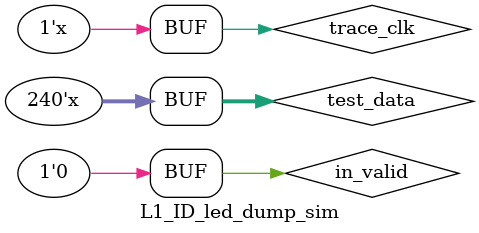
<source format=v>
`timescale 1ns / 1ps


module L1_ID_led_dump_sim;
reg trace_clk;
    reg in_valid;
    reg[239:0] test_data;
    wire[7:0] out_led;
    parameter CYCLE = 1;
    always # (CYCLE) trace_clk=~trace_clk;
    L1_ID_led_dump L1_ID_led_dump_i(
        .trace_clk(trace_clk),
        .test_data(test_data),
        .in_valid(in_valid),
        .out_led(out_led)
    );
    
initial begin
    trace_clk = 1;
    in_valid = 1'b1;
    test_data = 240'h0;
    #2
    in_valid = 1'b0;
    test_data = 240'hX;
    #2
    in_valid = 1'b1;
    test_data = 240'hX;
    #2
    in_valid = 1'b0;
    test_data = 240'hX;
    #2
    in_valid = 1'b1;
    test_data = 240'h0000_0001_0002_0003_0004_0005_0006_0007_0008_0009_000A_000B_000C_000D_000E;
    #2
    in_valid = 1'b0;
    test_data = 240'hX;
end
endmodule

</source>
